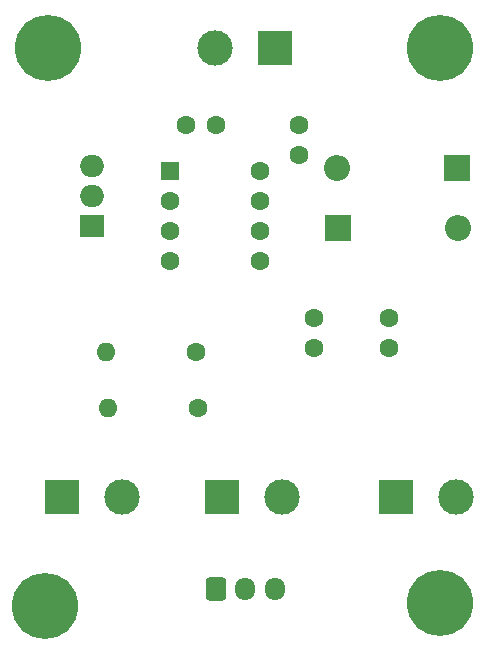
<source format=gbr>
%TF.GenerationSoftware,KiCad,Pcbnew,7.0.9*%
%TF.CreationDate,2024-03-13T22:21:00+01:00*%
%TF.ProjectId,Backlighting_PCB,4261636b-6c69-4676-9874-696e675f5043,rev?*%
%TF.SameCoordinates,Original*%
%TF.FileFunction,Soldermask,Bot*%
%TF.FilePolarity,Negative*%
%FSLAX46Y46*%
G04 Gerber Fmt 4.6, Leading zero omitted, Abs format (unit mm)*
G04 Created by KiCad (PCBNEW 7.0.9) date 2024-03-13 22:21:00*
%MOMM*%
%LPD*%
G01*
G04 APERTURE LIST*
G04 Aperture macros list*
%AMRoundRect*
0 Rectangle with rounded corners*
0 $1 Rounding radius*
0 $2 $3 $4 $5 $6 $7 $8 $9 X,Y pos of 4 corners*
0 Add a 4 corners polygon primitive as box body*
4,1,4,$2,$3,$4,$5,$6,$7,$8,$9,$2,$3,0*
0 Add four circle primitives for the rounded corners*
1,1,$1+$1,$2,$3*
1,1,$1+$1,$4,$5*
1,1,$1+$1,$6,$7*
1,1,$1+$1,$8,$9*
0 Add four rect primitives between the rounded corners*
20,1,$1+$1,$2,$3,$4,$5,0*
20,1,$1+$1,$4,$5,$6,$7,0*
20,1,$1+$1,$6,$7,$8,$9,0*
20,1,$1+$1,$8,$9,$2,$3,0*%
G04 Aperture macros list end*
%ADD10C,1.600000*%
%ADD11O,1.600000X1.600000*%
%ADD12C,3.600000*%
%ADD13C,5.600000*%
%ADD14R,2.200000X2.200000*%
%ADD15O,2.200000X2.200000*%
%ADD16R,3.000000X3.000000*%
%ADD17C,3.000000*%
%ADD18RoundRect,0.250000X-0.600000X-0.725000X0.600000X-0.725000X0.600000X0.725000X-0.600000X0.725000X0*%
%ADD19O,1.700000X1.950000*%
%ADD20R,2.000000X1.905000*%
%ADD21O,2.000000X1.905000*%
%ADD22R,1.600000X1.600000*%
G04 APERTURE END LIST*
D10*
%TO.C,R2*%
X75060000Y-55000000D03*
D11*
X67440000Y-55000000D03*
%TD*%
D12*
%TO.C,H4*%
X95750000Y-76250000D03*
D13*
X95750000Y-76250000D03*
%TD*%
D10*
%TO.C,R1*%
X75250000Y-59750000D03*
D11*
X67630000Y-59750000D03*
%TD*%
D14*
%TO.C,D1*%
X97155000Y-39370000D03*
D15*
X86995000Y-39370000D03*
%TD*%
D16*
%TO.C,J32*%
X81750000Y-29250000D03*
D17*
X76670000Y-29250000D03*
%TD*%
D12*
%TO.C,H5*%
X62500000Y-29250000D03*
D13*
X62500000Y-29250000D03*
%TD*%
D18*
%TO.C,J31*%
X76750000Y-75000000D03*
D19*
X79250000Y-75000000D03*
X81750000Y-75000000D03*
%TD*%
D14*
%TO.C,D2*%
X87090000Y-44500000D03*
D15*
X97250000Y-44500000D03*
%TD*%
D10*
%TO.C,C3*%
X83750000Y-38250000D03*
X83750000Y-35750000D03*
%TD*%
D12*
%TO.C,H6*%
X95750000Y-29250000D03*
D13*
X95750000Y-29250000D03*
%TD*%
D10*
%TO.C,C4*%
X74250000Y-35750000D03*
X76750000Y-35750000D03*
%TD*%
D16*
%TO.C,J13*%
X77250000Y-67250000D03*
D17*
X82330000Y-67250000D03*
%TD*%
D10*
%TO.C,C1*%
X91440000Y-54610000D03*
X91440000Y-52110000D03*
%TD*%
D20*
%TO.C,Q1*%
X66250000Y-44330000D03*
D21*
X66250000Y-41790000D03*
X66250000Y-39250000D03*
%TD*%
D12*
%TO.C,H7*%
X62250000Y-76500000D03*
D13*
X62250000Y-76500000D03*
%TD*%
D16*
%TO.C,J14*%
X92000000Y-67250000D03*
D17*
X97080000Y-67250000D03*
%TD*%
D10*
%TO.C,C2*%
X85090000Y-54590000D03*
X85090000Y-52090000D03*
%TD*%
D22*
%TO.C,U1*%
X72880000Y-39630000D03*
D10*
X72880000Y-42170000D03*
X72880000Y-44710000D03*
X72880000Y-47250000D03*
X80500000Y-47250000D03*
X80500000Y-44710000D03*
X80500000Y-42170000D03*
X80500000Y-39630000D03*
%TD*%
D16*
%TO.C,J12*%
X63750000Y-67250000D03*
D17*
X68830000Y-67250000D03*
%TD*%
M02*

</source>
